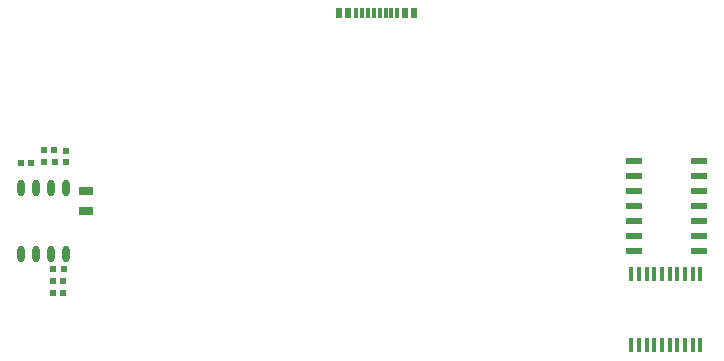
<source format=gbp>
%FSLAX25Y25*%
%MOIN*%
G70*
G01*
G75*
G04 Layer_Color=128*
%ADD10C,0.00787*%
%ADD11C,0.01181*%
%ADD12C,0.03937*%
%ADD13R,0.01969X0.02362*%
%ADD14R,0.05118X0.03150*%
%ADD15R,0.02362X0.01969*%
%ADD16R,0.03937X0.03543*%
%ADD17R,0.02756X0.04921*%
%ADD18R,0.06693X0.03543*%
%ADD19R,0.06299X0.04921*%
%ADD20O,0.02362X0.05512*%
%ADD21O,0.07874X0.05906*%
%ADD22R,0.07874X0.05906*%
%ADD23R,0.03150X0.05118*%
%ADD24R,0.03150X0.03150*%
%ADD25R,0.04921X0.02756*%
%ADD26R,0.05906X0.11811*%
%ADD27O,0.05906X0.07874*%
%ADD28R,0.05906X0.07874*%
%ADD29R,0.03543X0.03937*%
G04:AMPARAMS|DCode=30|XSize=118.11mil|YSize=59.06mil|CornerRadius=14.76mil|HoleSize=0mil|Usage=FLASHONLY|Rotation=270.000|XOffset=0mil|YOffset=0mil|HoleType=Round|Shape=RoundedRectangle|*
%AMROUNDEDRECTD30*
21,1,0.11811,0.02953,0,0,270.0*
21,1,0.08858,0.05906,0,0,270.0*
1,1,0.02953,-0.01476,-0.04429*
1,1,0.02953,-0.01476,0.04429*
1,1,0.02953,0.01476,0.04429*
1,1,0.02953,0.01476,-0.04429*
%
%ADD30ROUNDEDRECTD30*%
%ADD31C,0.07874*%
%ADD32R,0.30709X0.12598*%
%ADD33R,0.17717X0.18504*%
%ADD34R,0.14173X0.15354*%
%ADD35R,0.09843X0.11417*%
%ADD36C,0.02559*%
G04:AMPARAMS|DCode=37|XSize=39.37mil|YSize=82.68mil|CornerRadius=17.72mil|HoleSize=0mil|Usage=FLASHONLY|Rotation=0.000|XOffset=0mil|YOffset=0mil|HoleType=Round|Shape=RoundedRectangle|*
%AMROUNDEDRECTD37*
21,1,0.03937,0.04724,0,0,0.0*
21,1,0.00394,0.08268,0,0,0.0*
1,1,0.03543,0.00197,-0.02362*
1,1,0.03543,-0.00197,-0.02362*
1,1,0.03543,-0.00197,0.02362*
1,1,0.03543,0.00197,0.02362*
%
%ADD37ROUNDEDRECTD37*%
G04:AMPARAMS|DCode=38|XSize=39.37mil|YSize=62.99mil|CornerRadius=17.72mil|HoleSize=0mil|Usage=FLASHONLY|Rotation=0.000|XOffset=0mil|YOffset=0mil|HoleType=Round|Shape=RoundedRectangle|*
%AMROUNDEDRECTD38*
21,1,0.03937,0.02756,0,0,0.0*
21,1,0.00394,0.06299,0,0,0.0*
1,1,0.03543,0.00197,-0.01378*
1,1,0.03543,-0.00197,-0.01378*
1,1,0.03543,-0.00197,0.01378*
1,1,0.03543,0.00197,0.01378*
%
%ADD38ROUNDEDRECTD38*%
%ADD39C,0.02362*%
%ADD40C,0.00197*%
%ADD41C,0.01969*%
%ADD42R,0.01181X0.03347*%
%ADD43R,0.02362X0.03347*%
%ADD44R,0.05512X0.02362*%
%ADD45R,0.01575X0.04724*%
%ADD46C,0.11811*%
%ADD47C,0.00984*%
%ADD48C,0.00394*%
%ADD49C,0.00500*%
%ADD50C,0.01000*%
%ADD51R,0.02769X0.03162*%
%ADD52R,0.05918X0.03950*%
%ADD53R,0.03162X0.02769*%
%ADD54R,0.04737X0.04343*%
%ADD55R,0.03556X0.05721*%
%ADD56R,0.07493X0.04343*%
%ADD57R,0.07099X0.05721*%
%ADD58O,0.03162X0.06312*%
%ADD59O,0.08674X0.06706*%
%ADD60R,0.08674X0.06706*%
%ADD61R,0.03950X0.05918*%
%ADD62R,0.03543X0.03543*%
%ADD63R,0.05721X0.03556*%
%ADD64R,0.06706X0.12611*%
%ADD65O,0.06706X0.08674*%
%ADD66R,0.06706X0.08674*%
%ADD67R,0.04343X0.04737*%
G04:AMPARAMS|DCode=68|XSize=126.11mil|YSize=67.06mil|CornerRadius=18.76mil|HoleSize=0mil|Usage=FLASHONLY|Rotation=270.000|XOffset=0mil|YOffset=0mil|HoleType=Round|Shape=RoundedRectangle|*
%AMROUNDEDRECTD68*
21,1,0.12611,0.02953,0,0,270.0*
21,1,0.08858,0.06706,0,0,270.0*
1,1,0.03753,-0.01476,-0.04429*
1,1,0.03753,-0.01476,0.04429*
1,1,0.03753,0.01476,0.04429*
1,1,0.03753,0.01476,-0.04429*
%
%ADD68ROUNDEDRECTD68*%
%ADD69C,0.03359*%
G04:AMPARAMS|DCode=70|XSize=47.37mil|YSize=90.68mil|CornerRadius=21.72mil|HoleSize=0mil|Usage=FLASHONLY|Rotation=0.000|XOffset=0mil|YOffset=0mil|HoleType=Round|Shape=RoundedRectangle|*
%AMROUNDEDRECTD70*
21,1,0.04737,0.04724,0,0,0.0*
21,1,0.00394,0.09068,0,0,0.0*
1,1,0.04343,0.00197,-0.02362*
1,1,0.04343,-0.00197,-0.02362*
1,1,0.04343,-0.00197,0.02362*
1,1,0.04343,0.00197,0.02362*
%
%ADD70ROUNDEDRECTD70*%
G04:AMPARAMS|DCode=71|XSize=47.37mil|YSize=70.99mil|CornerRadius=21.72mil|HoleSize=0mil|Usage=FLASHONLY|Rotation=0.000|XOffset=0mil|YOffset=0mil|HoleType=Round|Shape=RoundedRectangle|*
%AMROUNDEDRECTD71*
21,1,0.04737,0.02756,0,0,0.0*
21,1,0.00394,0.07099,0,0,0.0*
1,1,0.04343,0.00197,-0.01378*
1,1,0.04343,-0.00197,-0.01378*
1,1,0.04343,-0.00197,0.01378*
1,1,0.04343,0.00197,0.01378*
%
%ADD71ROUNDEDRECTD71*%
%ADD72C,0.03162*%
%ADD73R,0.01981X0.04147*%
%ADD74R,0.03162X0.04147*%
%ADD75R,0.06312X0.03162*%
%ADD76R,0.02375X0.05524*%
D13*
X-107988Y24197D02*
D03*
X-104445Y24197D02*
D03*
X-107972Y28150D02*
D03*
X-104429D02*
D03*
X-107874Y32185D02*
D03*
X-104331D02*
D03*
X-115173Y67602D02*
D03*
X-118717Y67602D02*
D03*
X-110827Y67815D02*
D03*
X-107283D02*
D03*
X-107506Y71949D02*
D03*
X-111049D02*
D03*
D15*
X-103559Y71571D02*
D03*
X-103559Y68028D02*
D03*
D20*
X-108622Y37106D02*
D03*
X-108622Y59153D02*
D03*
X-118622D02*
D03*
X-113622Y37106D02*
D03*
X-103622D02*
D03*
X-113622Y59153D02*
D03*
X-103622D02*
D03*
X-118622Y37106D02*
D03*
D25*
X-96850Y58169D02*
D03*
Y51476D02*
D03*
D42*
X-984Y117529D02*
D03*
X6890D02*
D03*
X4921D02*
D03*
X2953D02*
D03*
X984D02*
D03*
X-2953D02*
D03*
X-4921D02*
D03*
X-6890D02*
D03*
D43*
X-12598D02*
D03*
X-9449D02*
D03*
X12598D02*
D03*
X9449D02*
D03*
D44*
X107283Y68110D02*
D03*
Y38110D02*
D03*
Y43110D02*
D03*
Y48110D02*
D03*
Y53110D02*
D03*
Y58110D02*
D03*
Y63110D02*
D03*
X85827Y68110D02*
D03*
Y63110D02*
D03*
Y58110D02*
D03*
Y53110D02*
D03*
Y48110D02*
D03*
Y43110D02*
D03*
Y38110D02*
D03*
D45*
X107874Y30413D02*
D03*
X105315D02*
D03*
X102756D02*
D03*
X100197D02*
D03*
X97638D02*
D03*
X95079D02*
D03*
X92520D02*
D03*
X89961D02*
D03*
X87402D02*
D03*
X84842D02*
D03*
Y6791D02*
D03*
X87402D02*
D03*
X89961D02*
D03*
X92520D02*
D03*
X95079D02*
D03*
X97638D02*
D03*
X100197D02*
D03*
X102756D02*
D03*
X105315D02*
D03*
X107874D02*
D03*
M02*

</source>
